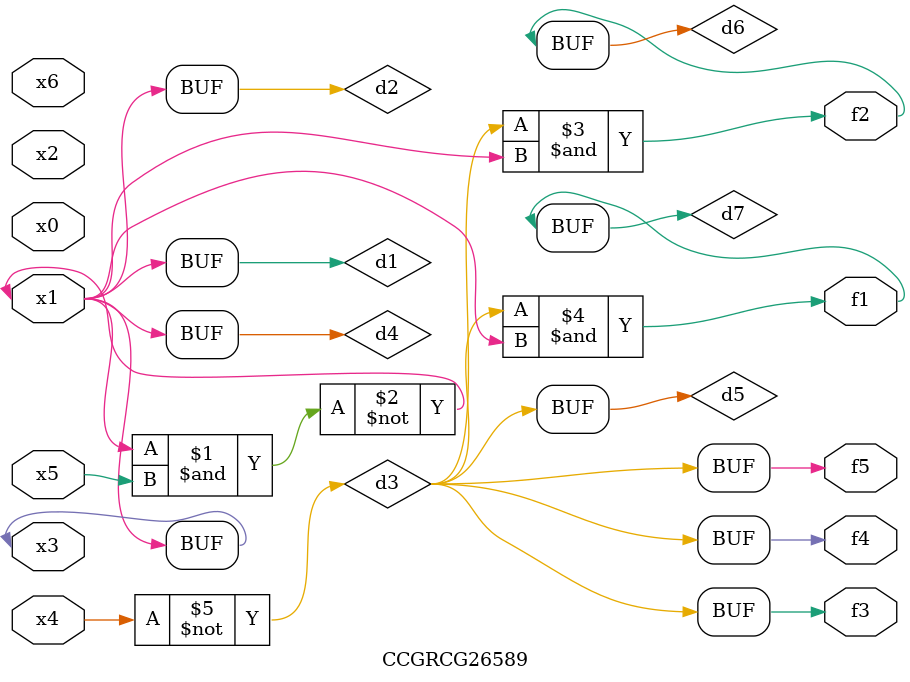
<source format=v>
module CCGRCG26589(
	input x0, x1, x2, x3, x4, x5, x6,
	output f1, f2, f3, f4, f5
);

	wire d1, d2, d3, d4, d5, d6, d7;

	buf (d1, x1, x3);
	nand (d2, x1, x5);
	not (d3, x4);
	buf (d4, d1, d2);
	buf (d5, d3);
	and (d6, d3, d4);
	and (d7, d3, d4);
	assign f1 = d7;
	assign f2 = d6;
	assign f3 = d5;
	assign f4 = d5;
	assign f5 = d5;
endmodule

</source>
